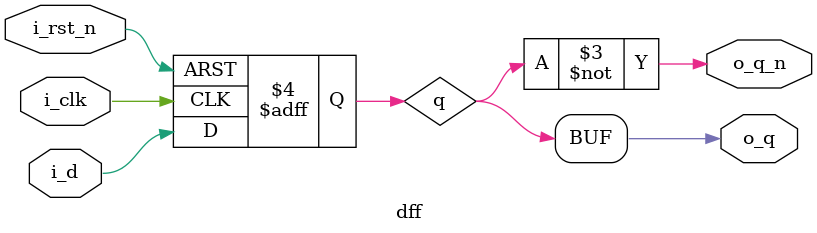
<source format=v>
module dff(
  input  wire i_clk,
  input  wire i_rst_n,
  input  wire i_d,
  output wire o_q,
  output wire o_q_n
);

  reg q;

  always @(posedge i_clk, negedge i_rst_n) begin
    if(!i_rst_n)
      q <= 'b0;
    else
      q <= i_d;
  end

  assign o_q = q;
  assign o_q_n = ~q;

endmodule
</source>
